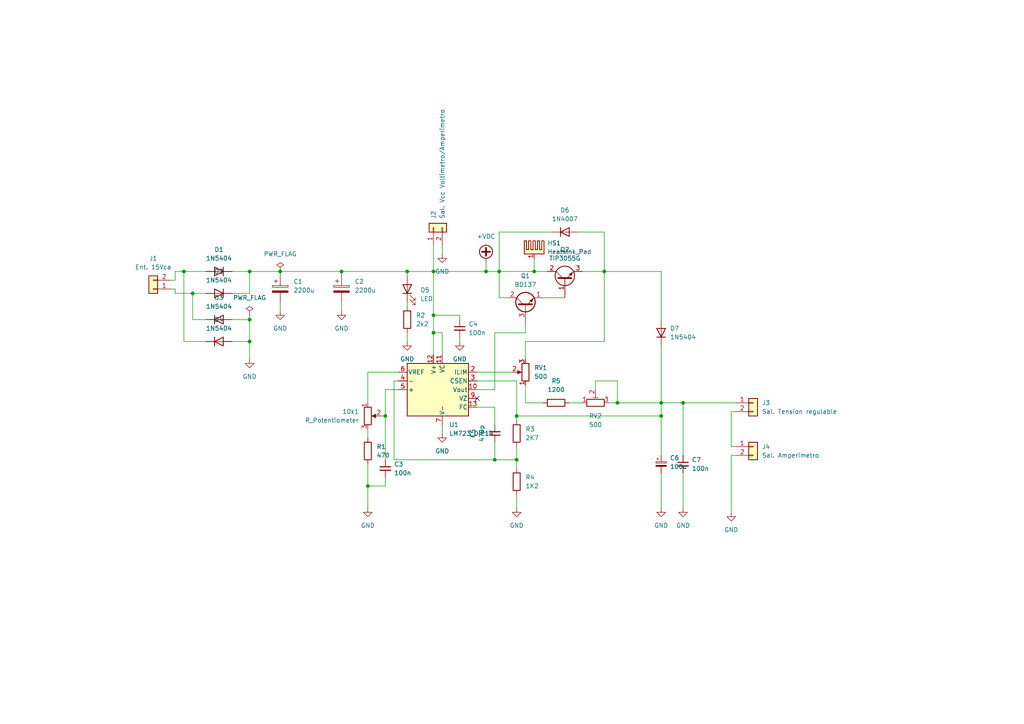
<source format=kicad_sch>
(kicad_sch (version 20211123) (generator eeschema)
  (paper "A4")
  (lib_symbols
    (symbol "Connector_Generic:Conn_01x02" (pin_names (offset 1.016) hide)
      (property "Reference" "J" (at 0 2.54 0))
      (property "Value" "Conn_01x02" (at 0 -5.08 0))
      (symbol "Conn_01x02_1_1"
        (rectangle (start -1.27 -2.413) (end 0 -2.667) (stroke (width 0.1524)))
        (rectangle (start -1.27 0.127) (end 0 -0.127) (stroke (width 0.1524)))
        (rectangle (start -1.27 1.27) (end 1.27 -3.81) (stroke (width 0.254)) (fill (type background)))
        (pin passive line (at -5.08 0 0) (length 3.81) (name "Pin_1") (number "1"))
        (pin passive line (at -5.08 -2.54 0) (length 3.81) (name "Pin_2") (number "2"))
      )
    )
    (symbol "Device:C_Polarized" (pin_numbers hide) (pin_names (offset 0.254))
      (property "Reference" "C" (at 0.635 2.54 0))
      (property "Value" "C_Polarized" (at 0.635 -2.54 0))
      (symbol "C_Polarized_0_1"
        (rectangle (start -2.286 0.508) (end 2.286 1.016))
        (polyline (pts (xy -1.778 2.286) (xy -0.762 2.286)))
        (polyline (pts (xy -1.27 2.794) (xy -1.27 1.778)))
        (rectangle (start 2.286 -0.508) (end -2.286 -1.016) (fill (type outline)))
      )
      (symbol "C_Polarized_1_1"
        (pin passive line (at 0 3.81 270) (length 2.794) (name "~") (number "1"))
        (pin passive line (at 0 -3.81 90) (length 2.794) (name "~") (number "2"))
      )
    )
    (symbol "Device:C_Polarized_Small" (pin_numbers hide) (pin_names (offset 0.254) hide)
      (property "Reference" "C" (at 0.254 1.778 0))
      (property "Value" "C_Polarized_Small" (at 0.254 -2.032 0))
      (symbol "C_Polarized_Small_0_1"
        (rectangle (start -1.524 -0.3048) (end 1.524 -0.6858) (fill (type outline)))
        (rectangle (start -1.524 0.6858) (end 1.524 0.3048))
        (polyline (pts (xy -1.27 1.524) (xy -0.762 1.524)))
        (polyline (pts (xy -1.016 1.27) (xy -1.016 1.778)))
      )
      (symbol "C_Polarized_Small_1_1"
        (pin passive line (at 0 2.54 270) (length 1.8542) (name "~") (number "1"))
        (pin passive line (at 0 -2.54 90) (length 1.8542) (name "~") (number "2"))
      )
    )
    (symbol "Device:C_Small" (pin_numbers hide) (pin_names (offset 0.254) hide)
      (property "Reference" "C" (at 0.254 1.778 0))
      (property "Value" "C_Small" (at 0.254 -2.032 0))
      (symbol "C_Small_0_1"
        (polyline (pts (xy -1.524 -0.508) (xy 1.524 -0.508)) (stroke (width 0.3302)))
        (polyline (pts (xy -1.524 0.508) (xy 1.524 0.508)) (stroke (width 0.3048)))
      )
      (symbol "C_Small_1_1"
        (pin passive line (at 0 2.54 270) (length 2.032) (name "~") (number "1"))
        (pin passive line (at 0 -2.54 90) (length 2.032) (name "~") (number "2"))
      )
    )
    (symbol "Device:LED" (pin_numbers hide) (pin_names (offset 1.016) hide)
      (property "Reference" "D" (at 0 2.54 0))
      (property "Value" "LED" (at 0 -2.54 0))
      (symbol "LED_0_1"
        (polyline (pts (xy -1.27 -1.27) (xy -1.27 1.27)) (stroke (width 0.254)))
        (polyline (pts (xy -1.27 0) (xy 1.27 0)))
        (polyline (pts (xy 1.27 -1.27) (xy 1.27 1.27) (xy -1.27 0) (xy 1.27 -1.27)) (stroke (width 0.254)))
        (polyline (pts (xy -3.048 -0.762) (xy -4.572 -2.286) (xy -3.81 -2.286) (xy -4.572 -2.286) (xy -4.572 -1.524)))
        (polyline (pts (xy -1.778 -0.762) (xy -3.302 -2.286) (xy -2.54 -2.286) (xy -3.302 -2.286) (xy -3.302 -1.524)))
      )
      (symbol "LED_1_1"
        (pin passive line (at -3.81 0 0) (length 2.54) (name "K") (number "1"))
        (pin passive line (at 3.81 0 180) (length 2.54) (name "A") (number "2"))
      )
    )
    (symbol "Device:R" (pin_numbers hide) (pin_names (offset 0))
      (property "Reference" "R" (at 2.032 0 90))
      (property "Value" "R" (at 0 0 90))
      (symbol "R_0_1"
        (rectangle (start -1.016 -2.54) (end 1.016 2.54) (stroke (width 0.254)))
      )
      (symbol "R_1_1"
        (pin passive line (at 0 3.81 270) (length 1.27) (name "~") (number "1"))
        (pin passive line (at 0 -3.81 90) (length 1.27) (name "~") (number "2"))
      )
    )
    (symbol "Device:R_Potentiometer" (pin_names (offset 1.016) hide)
      (property "Reference" "RV" (at -4.445 0 90))
      (property "Value" "R_Potentiometer" (at -2.54 0 90))
      (symbol "R_Potentiometer_0_1"
        (polyline (pts (xy 2.54 0) (xy 1.524 0)))
        (polyline (pts (xy 1.143 0) (xy 2.286 0.508) (xy 2.286 -0.508) (xy 1.143 0)) (fill (type outline)))
        (rectangle (start 1.016 2.54) (end -1.016 -2.54) (stroke (width 0.254)))
      )
      (symbol "R_Potentiometer_1_1"
        (pin passive line (at 0 3.81 270) (length 1.27) (name "1") (number "1"))
        (pin passive line (at 3.81 0 180) (length 1.27) (name "2") (number "2"))
        (pin passive line (at 0 -3.81 90) (length 1.27) (name "3") (number "3"))
      )
    )
    (symbol "Device:R_Potentiometer_Trim" (pin_names (offset 1.016) hide)
      (property "Reference" "RV" (at -4.445 0 90))
      (property "Value" "R_Potentiometer_Trim" (at -2.54 0 90))
      (symbol "R_Potentiometer_Trim_0_1"
        (polyline (pts (xy 1.524 0.762) (xy 1.524 -0.762)))
        (polyline (pts (xy 2.54 0) (xy 1.524 0)))
        (rectangle (start 1.016 2.54) (end -1.016 -2.54) (stroke (width 0.254)))
      )
      (symbol "R_Potentiometer_Trim_1_1"
        (pin passive line (at 0 3.81 270) (length 1.27) (name "1") (number "1"))
        (pin passive line (at 3.81 0 180) (length 1.27) (name "2") (number "2"))
        (pin passive line (at 0 -3.81 90) (length 1.27) (name "3") (number "3"))
      )
    )
    (symbol "Diode:1N4007" (pin_numbers hide) (pin_names (offset 1.016) hide)
      (property "Reference" "D" (at 0 2.54 0))
      (property "Value" "1N4007" (at 0 -2.54 0))
      (symbol "1N4007_0_1"
        (polyline (pts (xy -1.27 1.27) (xy -1.27 -1.27)) (stroke (width 0.254)))
        (polyline (pts (xy 1.27 0) (xy -1.27 0)))
        (polyline (pts (xy 1.27 1.27) (xy 1.27 -1.27) (xy -1.27 0) (xy 1.27 1.27)) (stroke (width 0.254)))
      )
      (symbol "1N4007_1_1"
        (pin passive line (at -3.81 0 0) (length 2.54) (name "K") (number "1"))
        (pin passive line (at 3.81 0 180) (length 2.54) (name "A") (number "2"))
      )
    )
    (symbol "Diode:1N5404" (pin_numbers hide) (pin_names (offset 1.016) hide)
      (property "Reference" "D" (at 0 2.54 0))
      (property "Value" "1N5404" (at 0 -2.54 0))
      (symbol "1N5404_0_1"
        (polyline (pts (xy -1.27 1.27) (xy -1.27 -1.27)) (stroke (width 0.254)))
        (polyline (pts (xy 1.27 0) (xy -1.27 0)))
        (polyline (pts (xy 1.27 1.27) (xy 1.27 -1.27) (xy -1.27 0) (xy 1.27 1.27)) (stroke (width 0.254)))
      )
      (symbol "1N5404_1_1"
        (pin passive line (at -3.81 0 0) (length 2.54) (name "K") (number "1"))
        (pin passive line (at 3.81 0 180) (length 2.54) (name "A") (number "2"))
      )
    )
    (symbol "Mechanical:Heatsink_Pad" (pin_names (offset 0))
      (property "Reference" "HS" (at 0 5.715 0))
      (property "Value" "Heatsink_Pad" (at 0 3.81 0))
      (symbol "Heatsink_Pad_0_1"
        (polyline (pts (xy -0.3302 0) (xy -0.9652 0) (xy -0.9652 2.54) (xy -1.6002 2.54) (xy -1.6002 0) (xy -2.2352 0) (xy -2.2352 2.54) (xy -2.8702 2.54) (xy -2.8702 -1.27) (xy -0.9652 -1.27)) (stroke (width 0.254)) (fill (type background)))
        (polyline (pts (xy -0.3302 0) (xy -0.3302 2.54) (xy 0.3048 2.54) (xy 0.3048 0) (xy 0.9398 0) (xy 0.9398 2.54) (xy 1.5748 2.54) (xy 1.5748 0) (xy 2.2098 0) (xy 2.2098 2.54) (xy 2.8448 2.54) (xy 2.8448 -1.27) (xy -0.9652 -1.27)) (stroke (width 0.254)) (fill (type background)))
      )
      (symbol "Heatsink_Pad_1_1"
        (pin passive line (at 0 -2.54 90) (length 1.27) (name "~") (number "1"))
      )
    )
    (symbol "Regulator_Linear:LM723_DIP14" (pin_names (offset 0.254))
      (property "Reference" "U" (at 0.635 10.795 0))
      (property "Value" "LM723_DIP14" (at 0.635 8.89 0))
      (symbol "LM723_DIP14_0_1"
        (rectangle (start -10.16 -7.62) (end 7.62 7.62) (stroke (width 0.254)) (fill (type background)))
      )
      (symbol "LM723_DIP14_1_1"
        (pin no_connect line (at -12.7 -5.08 0) (length 2.54) hide (name "NC") (number "1"))
        (pin power_out line (at 10.16 0 180) (length 2.54) (name "Vout") (number "10"))
        (pin power_in line (at 0 10.16 270) (length 2.54) (name "VC") (number "11"))
        (pin power_in line (at -2.54 10.16 270) (length 2.54) (name "V+") (number "12"))
        (pin input line (at 10.16 -5.08 180) (length 2.54) (name "FC") (number "13"))
        (pin no_connect line (at -2.54 -10.16 90) (length 2.54) hide (name "NC") (number "14"))
        (pin input line (at 10.16 5.08 180) (length 2.54) (name "ILIM") (number "2"))
        (pin input line (at 10.16 2.54 180) (length 2.54) (name "CSEN") (number "3"))
        (pin input line (at -12.7 2.54 0) (length 2.54) (name "-") (number "4"))
        (pin input line (at -12.7 0 0) (length 2.54) (name "+") (number "5"))
        (pin power_out line (at -12.7 5.08 0) (length 2.54) (name "VREF") (number "6"))
        (pin power_in line (at 0 -10.16 90) (length 2.54) (name "V-") (number "7"))
        (pin no_connect line (at -12.7 -2.54 0) (length 2.54) hide (name "NC") (number "8"))
        (pin input line (at 10.16 -2.54 180) (length 2.54) (name "VZ") (number "9"))
      )
    )
    (symbol "Transistor_BJT:BD137" (pin_names (offset 0) hide)
      (property "Reference" "Q" (at 5.08 1.905 0))
      (property "Value" "BD137" (at 5.08 0 0))
      (symbol "BD137_0_1"
        (polyline (pts (xy 0 0) (xy 0.635 0)))
        (polyline (pts (xy 2.54 -2.54) (xy 0.635 -0.635)))
        (polyline (pts (xy 2.54 2.54) (xy 0.635 0.635)))
        (polyline (pts (xy 0.635 1.905) (xy 0.635 -1.905) (xy 0.635 -1.905)) (stroke (width 0.508)) (fill (type outline)))
        (polyline (pts (xy 1.2446 -1.778) (xy 1.7526 -1.27) (xy 2.286 -2.286) (xy 1.2446 -1.778) (xy 1.2446 -1.778)) (fill (type outline)))
        (circle (center 1.27 0) (radius 2.8194) (stroke (width 0.3048)))
      )
      (symbol "BD137_1_1"
        (pin passive line (at 2.54 -5.08 90) (length 2.54) (name "E") (number "1"))
        (pin passive line (at 2.54 5.08 270) (length 2.54) (name "C") (number "2"))
        (pin input line (at -5.08 0 0) (length 5.08) (name "B") (number "3"))
      )
    )
    (symbol "Transistor_BJT:TIP3055G" (pin_names (offset 0) hide)
      (property "Reference" "Q" (at 5.08 1.905 0))
      (property "Value" "TIP3055G" (at 5.08 0 0))
      (symbol "TIP3055G_0_1"
        (polyline (pts (xy 0.635 0.635) (xy 2.54 2.54)))
        (polyline (pts (xy 0.635 -0.635) (xy 2.54 -2.54) (xy 2.54 -2.54)))
        (polyline (pts (xy 0.635 1.905) (xy 0.635 -1.905) (xy 0.635 -1.905)) (stroke (width 0.508)))
        (polyline (pts (xy 1.27 -1.778) (xy 1.778 -1.27) (xy 2.286 -2.286) (xy 1.27 -1.778) (xy 1.27 -1.778)) (fill (type outline)))
        (circle (center 1.27 0) (radius 2.8194) (stroke (width 0.254)))
      )
      (symbol "TIP3055G_1_1"
        (pin input line (at -5.08 0 0) (length 5.715) (name "B") (number "1"))
        (pin passive line (at 2.54 5.08 270) (length 2.54) (name "C") (number "2"))
        (pin passive line (at 2.54 -5.08 90) (length 2.54) (name "E") (number "3"))
      )
    )
    (symbol "power:+VDC" (power) (pin_names (offset 0))
      (property "Value" "+VDC" (at 0 6.35 0))
      (symbol "+VDC_0_1"
        (polyline (pts (xy -1.143 3.175) (xy 1.143 3.175)) (stroke (width 0.508)))
        (polyline (pts (xy 0 0) (xy 0 1.27)))
        (polyline (pts (xy 0 2.032) (xy 0 4.318)) (stroke (width 0.508)))
        (circle (center 0 3.175) (radius 1.905) (stroke (width 0.254)))
      )
      (symbol "+VDC_1_1"
        (pin power_in line (at 0 0 90) (length 0) hide (name "+VDC") (number "1"))
      )
    )
    (symbol "power:GND" (power) (pin_names (offset 0))
      (property "Value" "GND" (at 0 -3.81 0))
      (symbol "GND_0_1"
        (polyline (pts (xy 0 0) (xy 0 -1.27) (xy 1.27 -1.27) (xy 0 -2.54) (xy -1.27 -1.27) (xy 0 -1.27)))
      )
      (symbol "GND_1_1"
        (pin power_in line (at 0 0 270) (length 0) hide (name "GND") (number "1"))
      )
    )
    (symbol "power:PWR_FLAG" (power) (pin_numbers hide) (pin_names (offset 0) hide)
      (property "Value" "PWR_FLAG" (at 0 3.81 0))
      (symbol "PWR_FLAG_0_0"
        (pin power_out line (at 0 0 90) (length 0) (name "pwr") (number "1"))
      )
      (symbol "PWR_FLAG_0_1"
        (polyline (pts (xy 0 0) (xy 0 1.27) (xy -1.016 1.905) (xy 0 2.54) (xy 1.016 1.905) (xy 0 1.27)))
      )
    )
  )
  (junction (at 198.12 116.84))
  (junction (at 72.39 92.71))
  (junction (at 149.86 133.35))
  (junction (at 111.76 120.65))
  (junction (at 72.39 78.74))
  (junction (at 106.68 140.97))
  (junction (at 191.77 120.65))
  (junction (at 125.73 96.52))
  (junction (at 81.28 78.74))
  (junction (at 53.34 78.74))
  (junction (at 125.73 91.44))
  (junction (at 140.97 78.74))
  (junction (at 72.39 99.06))
  (junction (at 144.78 78.74))
  (junction (at 154.94 78.74))
  (junction (at 143.51 133.35))
  (junction (at 55.88 85.09))
  (junction (at 149.86 120.65))
  (junction (at 99.06 78.74))
  (junction (at 118.11 78.74))
  (junction (at 175.26 78.74))
  (junction (at 179.07 116.84))
  (junction (at 125.73 78.74))
  (junction (at 191.77 116.84))
  (no_connect (at 138.43 115.57))
  (wire (pts (xy 118.11 87.63) (xy 118.11 88.9)))
  (wire (pts (xy 67.31 92.71) (xy 72.39 92.71)))
  (wire (pts (xy 81.28 78.74) (xy 81.28 80.01)))
  (wire (pts (xy 99.06 87.63) (xy 99.06 90.17)))
  (wire (pts (xy 53.34 99.06) (xy 59.69 99.06)))
  (wire (pts (xy 138.43 110.49) (xy 149.86 110.49)))
  (wire (pts (xy 179.07 116.84) (xy 176.53 116.84)))
  (wire (pts (xy 191.77 116.84) (xy 179.07 116.84)))
  (wire (pts (xy 191.77 137.16) (xy 191.77 147.32)))
  (wire (pts (xy 154.94 74.93) (xy 154.94 78.74)))
  (wire (pts (xy 128.27 96.52) (xy 125.73 96.52)))
  (wire (pts (xy 72.39 99.06) (xy 72.39 104.14)))
  (wire (pts (xy 175.26 99.06) (xy 175.26 78.74)))
  (wire (pts (xy 149.86 110.49) (xy 149.86 120.65)))
  (wire (pts (xy 198.12 116.84) (xy 191.77 116.84)))
  (wire (pts (xy 140.97 78.74) (xy 144.78 78.74)))
  (wire (pts (xy 191.77 78.74) (xy 175.26 78.74)))
  (wire (pts (xy 133.35 97.79) (xy 133.35 99.06)))
  (wire (pts (xy 115.57 107.95) (xy 106.68 107.95)))
  (wire (pts (xy 50.8 78.74) (xy 53.34 78.74)))
  (wire (pts (xy 140.97 76.2) (xy 140.97 78.74)))
  (wire (pts (xy 167.64 67.31) (xy 175.26 67.31)))
  (wire (pts (xy 160.02 67.31) (xy 144.78 67.31)))
  (wire (pts (xy 191.77 120.65) (xy 191.77 116.84)))
  (wire (pts (xy 212.09 132.08) (xy 212.09 148.59)))
  (wire (pts (xy 50.8 85.09) (xy 55.88 85.09)))
  (wire (pts (xy 72.39 92.71) (xy 72.39 99.06)))
  (wire (pts (xy 175.26 67.31) (xy 175.26 78.74)))
  (wire (pts (xy 125.73 91.44) (xy 125.73 96.52)))
  (wire (pts (xy 191.77 92.71) (xy 191.77 78.74)))
  (wire (pts (xy 198.12 116.84) (xy 213.36 116.84)))
  (wire (pts (xy 144.78 78.74) (xy 154.94 78.74)))
  (wire (pts (xy 143.51 113.03) (xy 138.43 113.03)))
  (wire (pts (xy 133.35 91.44) (xy 125.73 91.44)))
  (wire (pts (xy 81.28 78.74) (xy 99.06 78.74)))
  (wire (pts (xy 72.39 85.09) (xy 72.39 78.74)))
  (wire (pts (xy 143.51 128.27) (xy 143.51 133.35)))
  (wire (pts (xy 179.07 110.49) (xy 179.07 116.84)))
  (wire (pts (xy 212.09 129.54) (xy 213.36 129.54)))
  (wire (pts (xy 125.73 78.74) (xy 140.97 78.74)))
  (wire (pts (xy 67.31 78.74) (xy 72.39 78.74)))
  (wire (pts (xy 152.4 111.76) (xy 152.4 116.84)))
  (wire (pts (xy 172.72 113.03) (xy 172.72 110.49)))
  (wire (pts (xy 99.06 78.74) (xy 118.11 78.74)))
  (wire (pts (xy 152.4 93.98) (xy 152.4 96.52)))
  (wire (pts (xy 115.57 110.49) (xy 114.3 110.49)))
  (wire (pts (xy 81.28 87.63) (xy 81.28 90.17)))
  (wire (pts (xy 59.69 92.71) (xy 55.88 92.71)))
  (wire (pts (xy 106.68 134.62) (xy 106.68 140.97)))
  (wire (pts (xy 147.32 86.36) (xy 144.78 86.36)))
  (wire (pts (xy 152.4 99.06) (xy 175.26 99.06)))
  (wire (pts (xy 111.76 140.97) (xy 106.68 140.97)))
  (wire (pts (xy 115.57 113.03) (xy 111.76 113.03)))
  (wire (pts (xy 106.68 124.46) (xy 106.68 127)))
  (wire (pts (xy 154.94 78.74) (xy 158.75 78.74)))
  (wire (pts (xy 67.31 99.06) (xy 72.39 99.06)))
  (wire (pts (xy 111.76 120.65) (xy 111.76 133.35)))
  (wire (pts (xy 152.4 116.84) (xy 157.48 116.84)))
  (wire (pts (xy 128.27 71.12) (xy 128.27 73.66)))
  (wire (pts (xy 152.4 104.14) (xy 152.4 99.06)))
  (wire (pts (xy 106.68 107.95) (xy 106.68 116.84)))
  (wire (pts (xy 125.73 71.12) (xy 125.73 78.74)))
  (wire (pts (xy 118.11 78.74) (xy 125.73 78.74)))
  (wire (pts (xy 149.86 120.65) (xy 191.77 120.65)))
  (wire (pts (xy 138.43 107.95) (xy 148.59 107.95)))
  (wire (pts (xy 191.77 132.08) (xy 191.77 120.65)))
  (wire (pts (xy 157.48 86.36) (xy 163.83 86.36)))
  (wire (pts (xy 50.8 81.28) (xy 50.8 78.74)))
  (wire (pts (xy 149.86 147.32) (xy 149.86 143.51)))
  (wire (pts (xy 53.34 78.74) (xy 53.34 99.06)))
  (wire (pts (xy 149.86 133.35) (xy 149.86 135.89)))
  (wire (pts (xy 114.3 110.49) (xy 114.3 133.35)))
  (wire (pts (xy 138.43 118.11) (xy 143.51 118.11)))
  (wire (pts (xy 149.86 120.65) (xy 149.86 121.92)))
  (wire (pts (xy 59.69 78.74) (xy 53.34 78.74)))
  (wire (pts (xy 99.06 80.01) (xy 99.06 78.74)))
  (wire (pts (xy 72.39 91.44) (xy 72.39 92.71)))
  (wire (pts (xy 125.73 96.52) (xy 125.73 102.87)))
  (wire (pts (xy 106.68 140.97) (xy 106.68 147.32)))
  (wire (pts (xy 143.51 133.35) (xy 149.86 133.35)))
  (wire (pts (xy 198.12 137.16) (xy 198.12 147.32)))
  (wire (pts (xy 118.11 78.74) (xy 118.11 80.01)))
  (wire (pts (xy 213.36 119.38) (xy 212.09 119.38)))
  (wire (pts (xy 149.86 129.54) (xy 149.86 133.35)))
  (wire (pts (xy 49.53 81.28) (xy 50.8 81.28)))
  (wire (pts (xy 213.36 132.08) (xy 212.09 132.08)))
  (wire (pts (xy 55.88 92.71) (xy 55.88 85.09)))
  (wire (pts (xy 133.35 92.71) (xy 133.35 91.44)))
  (wire (pts (xy 49.53 83.82) (xy 50.8 83.82)))
  (wire (pts (xy 143.51 96.52) (xy 143.51 113.03)))
  (wire (pts (xy 165.1 116.84) (xy 168.91 116.84)))
  (wire (pts (xy 67.31 85.09) (xy 72.39 85.09)))
  (wire (pts (xy 128.27 123.19) (xy 128.27 125.73)))
  (wire (pts (xy 144.78 67.31) (xy 144.78 78.74)))
  (wire (pts (xy 212.09 119.38) (xy 212.09 129.54)))
  (wire (pts (xy 198.12 132.08) (xy 198.12 116.84)))
  (wire (pts (xy 114.3 133.35) (xy 143.51 133.35)))
  (wire (pts (xy 128.27 102.87) (xy 128.27 96.52)))
  (wire (pts (xy 125.73 78.74) (xy 125.73 91.44)))
  (wire (pts (xy 72.39 78.74) (xy 81.28 78.74)))
  (wire (pts (xy 111.76 113.03) (xy 111.76 120.65)))
  (wire (pts (xy 191.77 100.33) (xy 191.77 116.84)))
  (wire (pts (xy 144.78 86.36) (xy 144.78 78.74)))
  (wire (pts (xy 172.72 110.49) (xy 179.07 110.49)))
  (wire (pts (xy 143.51 118.11) (xy 143.51 123.19)))
  (wire (pts (xy 55.88 85.09) (xy 59.69 85.09)))
  (wire (pts (xy 111.76 138.43) (xy 111.76 140.97)))
  (wire (pts (xy 118.11 96.52) (xy 118.11 99.06)))
  (wire (pts (xy 110.49 120.65) (xy 111.76 120.65)))
  (wire (pts (xy 50.8 83.82) (xy 50.8 85.09)))
  (wire (pts (xy 175.26 78.74) (xy 168.91 78.74)))
  (wire (pts (xy 152.4 96.52) (xy 143.51 96.52)))
  (symbol (lib_id "Connector_Generic:Conn_01x02") (at 125.73 66.04 90) (unit 1)
    (property "Reference" "J2" (at 125.7299 63.5 0) (effects (justify left)))
    (property "Value" "Sal. Vcc Voltimetro/Amperimetro" (at 128.2699 63.5 0) (effects (justify left)))
    (property "Footprint" "TerminalBlock:TerminalBlock_bornier-2_P5.08mm" (effects hide))
  )
  (symbol (lib_id "Connector_Generic:Conn_01x02") (at 218.44 129.54 0) (unit 1)
    (property "Reference" "J4" (at 220.98 129.5399 0) (effects (justify left)))
    (property "Value" "Sal. Amperimetro" (at 220.98 132.0799 0) (effects (justify left)))
    (property "Footprint" "TerminalBlock:TerminalBlock_bornier-2_P5.08mm" (effects hide))
  )
  (symbol (lib_id "Device:C_Small") (at 198.12 134.62 0) (unit 1)
    (property "Reference" "C7" (at 200.66 133.3562 0) (effects (justify left)))
    (property "Value" "100n" (at 200.66 135.8962 0) (effects (justify left)))
    (property "Footprint" "Capacitor_THT:C_Disc_D3.4mm_W2.1mm_P2.50mm" (effects hide))
  )
  (symbol (lib_id "Connector_Generic:Conn_01x02") (at 218.44 116.84 0) (unit 1)
    (property "Reference" "J3" (at 220.98 116.8399 0) (effects (justify left)))
    (property "Value" "Sal. Tension regulable" (at 220.98 119.3799 0) (effects (justify left)))
    (property "Footprint" "TerminalBlock:TerminalBlock_bornier-2_P5.08mm" (effects hide))
  )
  (symbol (lib_id "power:GND") (at 133.35 99.06 0) (unit 1)
    (property "Reference" "#PWR08" (effects hide))
    (property "Value" "GND" (at 133.35 104.14 0))
  )
  (symbol (lib_id "power:PWR_FLAG") (at 72.39 91.44 0) (unit 1)
    (property "Reference" "#FLG0101" (effects hide))
    (property "Value" "PWR_FLAG" (at 72.39 86.36 0))
  )
  (symbol (lib_id "Mechanical:Heatsink_Pad") (at 154.94 72.39 0) (unit 1)
    (property "Reference" "HS1" (at 158.75 70.4849 0) (effects (justify left)))
    (property "Value" "Heatsink_Pad" (at 158.75 73.0249 0) (effects (justify left)))
    (property "Footprint" "Heatsink:Heatsink_Fischer_SK104-STC-STIC_35x13mm_2xDrill2.5mm" (effects hide))
  )
  (symbol (lib_id "Device:R") (at 161.29 116.84 90) (unit 1)
    (property "Reference" "R5" (at 161.29 110.49 90))
    (property "Value" "1200" (at 161.29 113.03 90))
    (property "Footprint" "Resistor_THT:R_Axial_DIN0207_L6.3mm_D2.5mm_P10.16mm_Horizontal" (effects hide))
  )
  (symbol (lib_id "power:GND") (at 128.27 73.66 0) (unit 1)
    (property "Reference" "#PWR06" (effects hide))
    (property "Value" "GND" (at 128.27 78.74 0))
  )
  (symbol (lib_id "Diode:1N5404") (at 191.77 96.52 90) (unit 1)
    (property "Reference" "D7" (at 194.31 95.2499 90) (effects (justify right)))
    (property "Value" "1N5404" (at 194.31 97.7899 90) (effects (justify right)))
    (property "Footprint" "Diode_THT:D_DO-201AD_P15.24mm_Horizontal" (effects hide))
    (property "Datasheet" "http://www.vishay.com/docs/88516/1n5400.pdf" (effects hide))
  )
  (symbol (lib_id "Device:C_Small") (at 111.76 135.89 0) (unit 1)
    (property "Reference" "C3" (at 114.3 134.6262 0) (effects (justify left)))
    (property "Value" "100n" (at 114.3 137.1662 0) (effects (justify left)))
    (property "Footprint" "Capacitor_THT:C_Disc_D3.4mm_W2.1mm_P2.50mm" (effects hide))
  )
  (symbol (lib_id "Device:C_Polarized") (at 81.28 83.82 0) (unit 1)
    (property "Reference" "C1" (at 85.09 81.6609 0) (effects (justify left)))
    (property "Value" "2200u" (at 85.09 84.2009 0) (effects (justify left)))
    (property "Footprint" "Capacitor_THT:CP_Radial_D16.0mm_P7.50mm" (effects hide))
  )
  (symbol (lib_id "power:GND") (at 81.28 90.17 0) (unit 1)
    (property "Reference" "#PWR02" (effects hide))
    (property "Value" "GND" (at 81.28 95.25 0))
  )
  (symbol (lib_id "power:GND") (at 118.11 99.06 0) (unit 1)
    (property "Reference" "#PWR05" (effects hide))
    (property "Value" "GND" (at 118.11 104.14 0))
  )
  (symbol (lib_id "Diode:1N4007") (at 163.83 67.31 0) (unit 1)
    (property "Reference" "D6" (at 163.83 60.96 0))
    (property "Value" "1N4007" (at 163.83 63.5 0))
    (property "Footprint" "Diode_THT:D_DO-41_SOD81_P10.16mm_Horizontal" (effects hide))
    (property "Datasheet" "http://www.vishay.com/docs/88503/1n4001.pdf" (effects hide))
  )
  (symbol (lib_id "power:GND") (at 198.12 147.32 0) (unit 1)
    (property "Reference" "#PWR011" (effects hide))
    (property "Value" "GND" (at 198.12 152.4 0))
  )
  (symbol (lib_id "power:GND") (at 149.86 147.32 0) (unit 1)
    (property "Reference" "#PWR09" (effects hide))
    (property "Value" "GND" (at 149.86 152.4 0))
  )
  (symbol (lib_id "Diode:1N5404") (at 63.5 78.74 180) (unit 1)
    (property "Reference" "D1" (at 63.5 72.39 0))
    (property "Value" "1N5404" (at 63.5 74.93 0))
    (property "Footprint" "Diode_THT:D_DO-201AD_P15.24mm_Horizontal" (effects hide))
    (property "Datasheet" "http://www.vishay.com/docs/88516/1n5400.pdf" (effects hide))
  )
  (symbol (lib_id "power:GND") (at 99.06 90.17 0) (unit 1)
    (property "Reference" "#PWR03" (effects hide))
    (property "Value" "GND" (at 99.06 95.25 0))
  )
  (symbol (lib_id "Transistor_BJT:BD137") (at 152.4 88.9 90) (unit 1)
    (property "Reference" "Q1" (at 152.4 80.01 90))
    (property "Value" "BD137" (at 152.4 82.55 90))
    (property "Footprint" "Package_TO_SOT_THT:TO-126-3_Vertical" (effects hide))
    (property "Datasheet" "http://www.st.com/internet/com/TECHNICAL_RESOURCES/TECHNICAL_LITERATURE/DATASHEET/CD00001225.pdf" (effects hide))
  )
  (symbol (lib_id "Device:C_Polarized_Small") (at 191.77 134.62 0) (unit 1)
    (property "Reference" "C6" (at 194.31 132.8038 0) (effects (justify left)))
    (property "Value" "100u" (at 194.31 135.3438 0) (effects (justify left)))
    (property "Footprint" "Capacitor_THT:CP_Radial_D8.0mm_P3.50mm" (effects hide))
  )
  (symbol (lib_id "Regulator_Linear:LM723_DIP14") (at 128.27 113.03 0) (unit 1)
    (property "Reference" "U1" (at 130.2894 123.19 0) (effects (justify left)))
    (property "Value" "LM723_DIP14" (at 130.2894 125.73 0) (effects (justify left)))
    (property "Footprint" "Package_DIP:DIP-14_W7.62mm" (effects hide))
    (property "Datasheet" "http://www.ti.com/lit/ds/symlink/lm723.pdf" (effects hide))
  )
  (symbol (lib_id "Device:C_Small") (at 133.35 95.25 0) (unit 1)
    (property "Reference" "C4" (at 135.89 93.9862 0) (effects (justify left)))
    (property "Value" "100n" (at 135.89 96.5262 0) (effects (justify left)))
    (property "Footprint" "Capacitor_THT:C_Disc_D3.4mm_W2.1mm_P2.50mm" (effects hide))
  )
  (symbol (lib_id "power:GND") (at 128.27 125.73 0) (unit 1)
    (property "Reference" "#PWR07" (effects hide))
    (property "Value" "GND" (at 128.27 130.81 0))
  )
  (symbol (lib_id "Device:R_Potentiometer") (at 106.68 120.65 0) (unit 1)
    (property "Reference" "10k1" (at 104.14 119.3799 0) (effects (justify right)))
    (property "Value" "R_Potentiometer" (at 104.14 121.9199 0) (effects (justify right)))
    (property "Footprint" "Potentiometer_THT:Potentiometer_ACP_CA9-H2,5_Horizontal" (effects hide))
  )
  (symbol (lib_id "Device:R") (at 106.68 130.81 0) (unit 1)
    (property "Reference" "R1" (at 109.22 129.5399 0) (effects (justify left)))
    (property "Value" "470" (at 109.22 132.0799 0) (effects (justify left)))
    (property "Footprint" "Resistor_THT:R_Axial_DIN0207_L6.3mm_D2.5mm_P10.16mm_Horizontal" (effects hide))
  )
  (symbol (lib_id "Transistor_BJT:TIP3055G") (at 163.83 81.28 90) (unit 1)
    (property "Reference" "Q2" (at 163.83 72.39 90))
    (property "Value" "TIP3055G" (at 163.83 74.93 90))
    (property "Footprint" "Package_TO_SOT_THT:TO-247-3_Vertical" (effects hide))
    (property "Datasheet" "http://www.onsemi.com/pub_link/Collateral/TIP3055-D.PDF" (effects hide))
  )
  (symbol (lib_id "Diode:1N5404") (at 63.5 85.09 180) (unit 1)
    (property "Reference" "D2" (at 63.5 78.74 0))
    (property "Value" "1N5404" (at 63.5 81.28 0))
    (property "Footprint" "Diode_THT:D_DO-201AD_P15.24mm_Horizontal" (effects hide))
    (property "Datasheet" "http://www.vishay.com/docs/88516/1n5400.pdf" (effects hide))
  )
  (symbol (lib_id "Connector_Generic:Conn_01x02") (at 44.45 83.82 180) (unit 1)
    (property "Reference" "J1" (at 44.45 74.93 0))
    (property "Value" "Ent. 15Vca" (at 44.45 77.47 0))
    (property "Footprint" "TerminalBlock:TerminalBlock_bornier-2_P5.08mm" (effects hide))
  )
  (symbol (lib_id "power:GND") (at 212.09 148.59 0) (unit 1)
    (property "Reference" "#PWR012" (effects hide))
    (property "Value" "GND" (at 212.09 153.67 0))
  )
  (symbol (lib_id "power:GND") (at 72.39 104.14 0) (unit 1)
    (property "Reference" "#PWR01" (effects hide))
    (property "Value" "GND" (at 72.39 109.22 0))
  )
  (symbol (lib_id "Device:R") (at 149.86 125.73 0) (unit 1)
    (property "Reference" "R3" (at 152.4 124.4599 0) (effects (justify left)))
    (property "Value" "2K7" (at 152.4 126.9999 0) (effects (justify left)))
    (property "Footprint" "Resistor_THT:R_Axial_DIN0207_L6.3mm_D2.5mm_P10.16mm_Horizontal" (effects hide))
  )
  (symbol (lib_id "power:GND") (at 191.77 147.32 0) (unit 1)
    (property "Reference" "#PWR010" (effects hide))
    (property "Value" "GND" (at 191.77 152.4 0))
  )
  (symbol (lib_id "Diode:1N5404") (at 63.5 92.71 0) (unit 1)
    (property "Reference" "D3" (at 63.5 86.36 0))
    (property "Value" "1N5404" (at 63.5 88.9 0))
    (property "Footprint" "Diode_THT:D_DO-201AD_P15.24mm_Horizontal" (effects hide))
    (property "Datasheet" "http://www.vishay.com/docs/88516/1n5400.pdf" (effects hide))
  )
  (symbol (lib_id "power:PWR_FLAG") (at 81.28 78.74 0) (unit 1)
    (property "Reference" "#FLG0102" (effects hide))
    (property "Value" "PWR_FLAG" (at 81.28 73.66 0))
  )
  (symbol (lib_id "Device:R") (at 149.86 139.7 0) (unit 1)
    (property "Reference" "R4" (at 152.4 138.4299 0) (effects (justify left)))
    (property "Value" "1K2" (at 152.4 140.9699 0) (effects (justify left)))
    (property "Footprint" "Resistor_THT:R_Axial_DIN0207_L6.3mm_D2.5mm_P10.16mm_Horizontal" (effects hide))
  )
  (symbol (lib_id "Diode:1N5404") (at 63.5 99.06 0) (unit 1)
    (property "Reference" "D4" (at 63.5 92.71 0))
    (property "Value" "1N5404" (at 63.5 95.25 0))
    (property "Footprint" "Diode_THT:D_DO-201AD_P15.24mm_Horizontal" (effects hide))
    (property "Datasheet" "http://www.vishay.com/docs/88516/1n5400.pdf" (effects hide))
  )
  (symbol (lib_id "Device:R_Potentiometer_Trim") (at 172.72 116.84 90) (unit 1)
    (property "Reference" "RV2" (at 172.72 120.65 90))
    (property "Value" "500" (at 172.72 123.19 90))
    (property "Footprint" "Potentiometer_THT:Potentiometer_Bourns_3266Y_Vertical" (effects hide))
  )
  (symbol (lib_id "power:GND") (at 106.68 147.32 0) (unit 1)
    (property "Reference" "#PWR04" (effects hide))
    (property "Value" "GND" (at 106.68 152.4 0))
  )
  (symbol (lib_id "Device:C_Small") (at 143.51 125.73 180) (unit 1)
    (property "Reference" "C5" (at 137.16 125.7237 90))
    (property "Value" "470p" (at 139.7 125.7237 90))
    (property "Footprint" "Capacitor_THT:C_Disc_D3.0mm_W1.6mm_P2.50mm" (effects hide))
  )
  (symbol (lib_id "Device:R") (at 118.11 92.71 0) (unit 1)
    (property "Reference" "R2" (at 120.65 91.4399 0) (effects (justify left)))
    (property "Value" "2k2" (at 120.65 93.9799 0) (effects (justify left)))
    (property "Footprint" "Resistor_THT:R_Axial_DIN0207_L6.3mm_D2.5mm_P10.16mm_Horizontal" (effects hide))
  )
  (symbol (lib_id "Device:LED") (at 118.11 83.82 90) (unit 1)
    (property "Reference" "D5" (at 121.92 84.1374 90) (effects (justify right)))
    (property "Value" "LED" (at 121.92 86.6774 90) (effects (justify right)))
    (property "Footprint" "LED_THT:LED_D5.0mm" (effects hide))
  )
  (symbol (lib_id "power:+VDC") (at 140.97 76.2 0) (unit 1)
    (property "Reference" "#PWR0101" (effects hide))
    (property "Value" "+VDC" (at 140.97 68.58 0))
  )
  (symbol (lib_id "Device:C_Polarized") (at 99.06 83.82 0) (unit 1)
    (property "Reference" "C2" (at 102.87 81.6609 0) (effects (justify left)))
    (property "Value" "2200u" (at 102.87 84.2009 0) (effects (justify left)))
    (property "Footprint" "Capacitor_THT:CP_Radial_D16.0mm_P7.50mm" (effects hide))
  )
  (symbol (lib_id "Device:R_Potentiometer") (at 152.4 107.95 180) (unit 1)
    (property "Reference" "RV1" (at 154.94 106.6799 0) (effects (justify right)))
    (property "Value" "500" (at 154.94 109.2199 0) (effects (justify right)))
    (property "Footprint" "Potentiometer_THT:Potentiometer_ACP_CA9-H2,5_Horizontal" (effects hide))
  )
)
</source>
